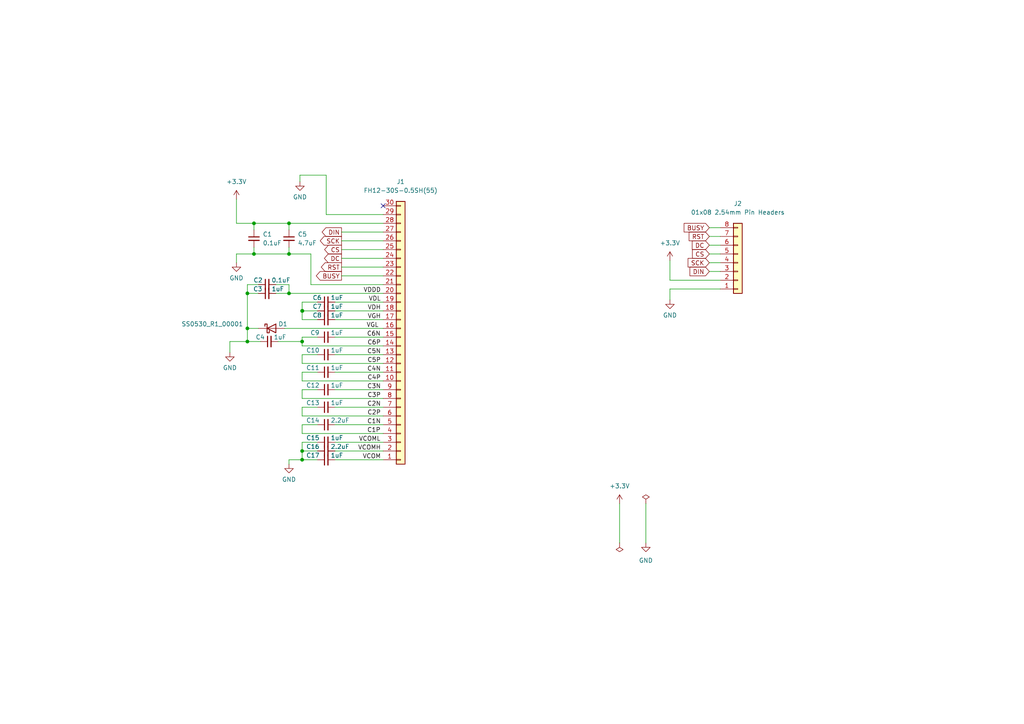
<source format=kicad_sch>
(kicad_sch (version 20211123) (generator eeschema)
  (paper "A4")
  (title_block (title "ALOIDIA Keyboard 1.02 inch e-Paper Display Module") (date "2022-07-09") (comment 1 "https://www.waveshare.com/1.02inch-e-paper.htm") (comment 2 "Datasheet: https://www.waveshare.com/w/upload/2/2b/1.02inch-e-Paper_Specification.pdf") (comment 3 "128×80, 1.02inch E-Ink Raw Display, Black/White Dual-Color, SPI Interface") (comment 4 "Author: Vincent Nguyen"))
  (lib_symbols
    (symbol "Connector_Generic:Conn_01x08" (pin_names (offset 1.016) hide)
      (property "Reference" "J" (at 0 10.16 0))
      (property "Value" "Conn_01x08" (at 0 -12.7 0))
      (symbol "Conn_01x08_1_1"
        (rectangle (start -1.27 -10.033) (end 0 -10.287) (stroke (width 0.1524)))
        (rectangle (start -1.27 -7.493) (end 0 -7.747) (stroke (width 0.1524)))
        (rectangle (start -1.27 -4.953) (end 0 -5.207) (stroke (width 0.1524)))
        (rectangle (start -1.27 -2.413) (end 0 -2.667) (stroke (width 0.1524)))
        (rectangle (start -1.27 0.127) (end 0 -0.127) (stroke (width 0.1524)))
        (rectangle (start -1.27 2.667) (end 0 2.413) (stroke (width 0.1524)))
        (rectangle (start -1.27 5.207) (end 0 4.953) (stroke (width 0.1524)))
        (rectangle (start -1.27 7.747) (end 0 7.493) (stroke (width 0.1524)))
        (rectangle (start -1.27 8.89) (end 1.27 -11.43) (stroke (width 0.254)) (fill (type background)))
        (pin passive line (at -5.08 7.62 0) (length 3.81) (name "Pin_1") (number "1"))
        (pin passive line (at -5.08 5.08 0) (length 3.81) (name "Pin_2") (number "2"))
        (pin passive line (at -5.08 2.54 0) (length 3.81) (name "Pin_3") (number "3"))
        (pin passive line (at -5.08 0 0) (length 3.81) (name "Pin_4") (number "4"))
        (pin passive line (at -5.08 -2.54 0) (length 3.81) (name "Pin_5") (number "5"))
        (pin passive line (at -5.08 -5.08 0) (length 3.81) (name "Pin_6") (number "6"))
        (pin passive line (at -5.08 -7.62 0) (length 3.81) (name "Pin_7") (number "7"))
        (pin passive line (at -5.08 -10.16 0) (length 3.81) (name "Pin_8") (number "8"))
      )
    )
    (symbol "Connector_Generic:Conn_01x30" (pin_names (offset 1.016) hide)
      (property "Reference" "J" (at 0 38.1 0))
      (property "Value" "Conn_01x30" (at 0 -40.64 0))
      (symbol "Conn_01x30_1_1"
        (rectangle (start -1.27 -37.973) (end 0 -38.227) (stroke (width 0.1524)))
        (rectangle (start -1.27 -35.433) (end 0 -35.687) (stroke (width 0.1524)))
        (rectangle (start -1.27 -32.893) (end 0 -33.147) (stroke (width 0.1524)))
        (rectangle (start -1.27 -30.353) (end 0 -30.607) (stroke (width 0.1524)))
        (rectangle (start -1.27 -27.813) (end 0 -28.067) (stroke (width 0.1524)))
        (rectangle (start -1.27 -25.273) (end 0 -25.527) (stroke (width 0.1524)))
        (rectangle (start -1.27 -22.733) (end 0 -22.987) (stroke (width 0.1524)))
        (rectangle (start -1.27 -20.193) (end 0 -20.447) (stroke (width 0.1524)))
        (rectangle (start -1.27 -17.653) (end 0 -17.907) (stroke (width 0.1524)))
        (rectangle (start -1.27 -15.113) (end 0 -15.367) (stroke (width 0.1524)))
        (rectangle (start -1.27 -12.573) (end 0 -12.827) (stroke (width 0.1524)))
        (rectangle (start -1.27 -10.033) (end 0 -10.287) (stroke (width 0.1524)))
        (rectangle (start -1.27 -7.493) (end 0 -7.747) (stroke (width 0.1524)))
        (rectangle (start -1.27 -4.953) (end 0 -5.207) (stroke (width 0.1524)))
        (rectangle (start -1.27 -2.413) (end 0 -2.667) (stroke (width 0.1524)))
        (rectangle (start -1.27 0.127) (end 0 -0.127) (stroke (width 0.1524)))
        (rectangle (start -1.27 2.667) (end 0 2.413) (stroke (width 0.1524)))
        (rectangle (start -1.27 5.207) (end 0 4.953) (stroke (width 0.1524)))
        (rectangle (start -1.27 7.747) (end 0 7.493) (stroke (width 0.1524)))
        (rectangle (start -1.27 10.287) (end 0 10.033) (stroke (width 0.1524)))
        (rectangle (start -1.27 12.827) (end 0 12.573) (stroke (width 0.1524)))
        (rectangle (start -1.27 15.367) (end 0 15.113) (stroke (width 0.1524)))
        (rectangle (start -1.27 17.907) (end 0 17.653) (stroke (width 0.1524)))
        (rectangle (start -1.27 20.447) (end 0 20.193) (stroke (width 0.1524)))
        (rectangle (start -1.27 22.987) (end 0 22.733) (stroke (width 0.1524)))
        (rectangle (start -1.27 25.527) (end 0 25.273) (stroke (width 0.1524)))
        (rectangle (start -1.27 28.067) (end 0 27.813) (stroke (width 0.1524)))
        (rectangle (start -1.27 30.607) (end 0 30.353) (stroke (width 0.1524)))
        (rectangle (start -1.27 33.147) (end 0 32.893) (stroke (width 0.1524)))
        (rectangle (start -1.27 35.687) (end 0 35.433) (stroke (width 0.1524)))
        (rectangle (start -1.27 36.83) (end 1.27 -39.37) (stroke (width 0.254)) (fill (type background)))
        (pin passive line (at -5.08 35.56 0) (length 3.81) (name "Pin_1") (number "1"))
        (pin passive line (at -5.08 12.7 0) (length 3.81) (name "Pin_10") (number "10"))
        (pin passive line (at -5.08 10.16 0) (length 3.81) (name "Pin_11") (number "11"))
        (pin passive line (at -5.08 7.62 0) (length 3.81) (name "Pin_12") (number "12"))
        (pin passive line (at -5.08 5.08 0) (length 3.81) (name "Pin_13") (number "13"))
        (pin passive line (at -5.08 2.54 0) (length 3.81) (name "Pin_14") (number "14"))
        (pin passive line (at -5.08 0 0) (length 3.81) (name "Pin_15") (number "15"))
        (pin passive line (at -5.08 -2.54 0) (length 3.81) (name "Pin_16") (number "16"))
        (pin passive line (at -5.08 -5.08 0) (length 3.81) (name "Pin_17") (number "17"))
        (pin passive line (at -5.08 -7.62 0) (length 3.81) (name "Pin_18") (number "18"))
        (pin passive line (at -5.08 -10.16 0) (length 3.81) (name "Pin_19") (number "19"))
        (pin passive line (at -5.08 33.02 0) (length 3.81) (name "Pin_2") (number "2"))
        (pin passive line (at -5.08 -12.7 0) (length 3.81) (name "Pin_20") (number "20"))
        (pin passive line (at -5.08 -15.24 0) (length 3.81) (name "Pin_21") (number "21"))
        (pin passive line (at -5.08 -17.78 0) (length 3.81) (name "Pin_22") (number "22"))
        (pin passive line (at -5.08 -20.32 0) (length 3.81) (name "Pin_23") (number "23"))
        (pin passive line (at -5.08 -22.86 0) (length 3.81) (name "Pin_24") (number "24"))
        (pin passive line (at -5.08 -25.4 0) (length 3.81) (name "Pin_25") (number "25"))
        (pin passive line (at -5.08 -27.94 0) (length 3.81) (name "Pin_26") (number "26"))
        (pin passive line (at -5.08 -30.48 0) (length 3.81) (name "Pin_27") (number "27"))
        (pin passive line (at -5.08 -33.02 0) (length 3.81) (name "Pin_28") (number "28"))
        (pin passive line (at -5.08 -35.56 0) (length 3.81) (name "Pin_29") (number "29"))
        (pin passive line (at -5.08 30.48 0) (length 3.81) (name "Pin_3") (number "3"))
        (pin passive line (at -5.08 -38.1 0) (length 3.81) (name "Pin_30") (number "30"))
        (pin passive line (at -5.08 27.94 0) (length 3.81) (name "Pin_4") (number "4"))
        (pin passive line (at -5.08 25.4 0) (length 3.81) (name "Pin_5") (number "5"))
        (pin passive line (at -5.08 22.86 0) (length 3.81) (name "Pin_6") (number "6"))
        (pin passive line (at -5.08 20.32 0) (length 3.81) (name "Pin_7") (number "7"))
        (pin passive line (at -5.08 17.78 0) (length 3.81) (name "Pin_8") (number "8"))
        (pin passive line (at -5.08 15.24 0) (length 3.81) (name "Pin_9") (number "9"))
      )
    )
    (symbol "Device:C_Small" (pin_numbers hide) (pin_names (offset 0.254) hide)
      (property "Reference" "C" (at 0.254 1.778 0))
      (property "Value" "C_Small" (at 0.254 -2.032 0))
      (symbol "C_Small_0_1"
        (polyline (pts (xy -1.524 -0.508) (xy 1.524 -0.508)) (stroke (width 0.3302)))
        (polyline (pts (xy -1.524 0.508) (xy 1.524 0.508)) (stroke (width 0.3048)))
      )
      (symbol "C_Small_1_1"
        (pin passive line (at 0 2.54 270) (length 2.032) (name "~") (number "1"))
        (pin passive line (at 0 -2.54 90) (length 2.032) (name "~") (number "2"))
      )
    )
    (symbol "Device:D_Schottky" (pin_numbers hide) (pin_names (offset 1.016) hide)
      (property "Reference" "D" (at 0 2.54 0))
      (property "Value" "D_Schottky" (at 0 -2.54 0))
      (symbol "D_Schottky_0_1"
        (polyline (pts (xy 1.27 0) (xy -1.27 0)))
        (polyline (pts (xy 1.27 1.27) (xy 1.27 -1.27) (xy -1.27 0) (xy 1.27 1.27)) (stroke (width 0.254)))
        (polyline (pts (xy -1.905 0.635) (xy -1.905 1.27) (xy -1.27 1.27) (xy -1.27 -1.27) (xy -0.635 -1.27) (xy -0.635 -0.635)) (stroke (width 0.254)))
      )
      (symbol "D_Schottky_1_1"
        (pin passive line (at -3.81 0 0) (length 2.54) (name "K") (number "1"))
        (pin passive line (at 3.81 0 180) (length 2.54) (name "A") (number "2"))
      )
    )
    (symbol "power:+3.3V" (power) (pin_names (offset 0))
      (property "Value" "+3.3V" (at 0 3.556 0))
      (symbol "+3.3V_0_1"
        (polyline (pts (xy -0.762 1.27) (xy 0 2.54)))
        (polyline (pts (xy 0 0) (xy 0 2.54)))
        (polyline (pts (xy 0 2.54) (xy 0.762 1.27)))
      )
      (symbol "+3.3V_1_1"
        (pin power_in line (at 0 0 90) (length 0) hide (name "+3.3V") (number "1"))
      )
    )
    (symbol "power:GND" (power) (pin_names (offset 0))
      (property "Value" "GND" (at 0 -3.81 0))
      (symbol "GND_0_1"
        (polyline (pts (xy 0 0) (xy 0 -1.27) (xy 1.27 -1.27) (xy 0 -2.54) (xy -1.27 -1.27) (xy 0 -1.27)))
      )
      (symbol "GND_1_1"
        (pin power_in line (at 0 0 270) (length 0) hide (name "GND") (number "1"))
      )
    )
    (symbol "power:PWR_FLAG" (power) (pin_numbers hide) (pin_names (offset 0) hide)
      (property "Value" "PWR_FLAG" (at 0 3.81 0))
      (symbol "PWR_FLAG_0_0"
        (pin power_out line (at 0 0 90) (length 0) (name "pwr") (number "1"))
      )
      (symbol "PWR_FLAG_0_1"
        (polyline (pts (xy 0 0) (xy 0 1.27) (xy -1.016 1.905) (xy 0 2.54) (xy 1.016 1.905) (xy 0 1.27)))
      )
    )
  )
  (junction (at 83.82 85.09))
  (junction (at 71.755 99.06))
  (junction (at 71.755 85.09))
  (junction (at 87.63 99.06))
  (junction (at 83.82 64.77))
  (junction (at 83.82 73.66))
  (junction (at 71.755 95.25))
  (junction (at 73.66 64.77))
  (junction (at 87.63 90.17))
  (junction (at 73.66 73.66))
  (junction (at 87.63 133.35))
  (junction (at 87.63 130.81))
  (junction (at 87.7011 90.17))
  (no_connect (at 111.125 59.69))
  (wire (pts (xy 99.06 67.31) (xy 111.125 67.31)))
  (wire (pts (xy 87.63 110.49) (xy 111.125 110.49)))
  (wire (pts (xy 71.755 85.09) (xy 74.93 85.09)))
  (wire (pts (xy 71.755 95.25) (xy 74.93 95.25)))
  (wire (pts (xy 97.155 87.63) (xy 111.125 87.63)))
  (wire (pts (xy 87.63 123.19) (xy 92.075 123.19)))
  (wire (pts (xy 90.17 82.55) (xy 111.125 82.55)))
  (wire (pts (xy 87.7011 90.17) (xy 92.075 90.17)))
  (wire (pts (xy 68.58 76.2) (xy 68.58 73.66)))
  (wire (pts (xy 80.01 82.55) (xy 83.82 82.55)))
  (wire (pts (xy 87.63 113.03) (xy 87.63 115.57)))
  (wire (pts (xy 68.58 73.66) (xy 73.66 73.66)))
  (wire (pts (xy 87.63 130.81) (xy 92.075 130.81)))
  (wire (pts (xy 99.06 80.01) (xy 111.125 80.01)))
  (wire (pts (xy 87.63 118.11) (xy 92.075 118.11)))
  (wire (pts (xy 97.155 92.71) (xy 111.125 92.71)))
  (wire (pts (xy 87.63 105.41) (xy 111.125 105.41)))
  (wire (pts (xy 208.915 73.66) (xy 205.74 73.66)))
  (wire (pts (xy 87.63 118.11) (xy 87.63 120.65)))
  (wire (pts (xy 97.155 90.17) (xy 111.125 90.17)))
  (wire (pts (xy 99.06 72.39) (xy 111.125 72.39)))
  (wire (pts (xy 66.675 99.06) (xy 71.755 99.06)))
  (wire (pts (xy 80.645 99.06) (xy 87.63 99.06)))
  (wire (pts (xy 83.82 134.62) (xy 83.82 133.35)))
  (wire (pts (xy 73.66 64.77) (xy 73.66 66.675)))
  (wire (pts (xy 97.155 130.81) (xy 111.125 130.81)))
  (wire (pts (xy 97.155 133.35) (xy 111.125 133.35)))
  (wire (pts (xy 71.755 99.06) (xy 75.565 99.06)))
  (wire (pts (xy 71.755 82.55) (xy 74.93 82.55)))
  (wire (pts (xy 87.63 120.65) (xy 111.125 120.65)))
  (wire (pts (xy 97.155 102.87) (xy 111.125 102.87)))
  (wire (pts (xy 73.66 71.755) (xy 73.66 73.66)))
  (wire (pts (xy 83.82 82.55) (xy 83.82 85.09)))
  (wire (pts (xy 187.325 146.05) (xy 187.325 157.48)))
  (wire (pts (xy 99.06 69.85) (xy 111.125 69.85)))
  (wire (pts (xy 97.155 118.11) (xy 111.125 118.11)))
  (wire (pts (xy 99.06 74.93) (xy 111.125 74.93)))
  (wire (pts (xy 87.63 92.71) (xy 92.075 92.71)))
  (wire (pts (xy 87.63 105.41) (xy 87.63 102.87)))
  (wire (pts (xy 87.63 128.27) (xy 92.075 128.27)))
  (wire (pts (xy 83.82 133.35) (xy 87.63 133.35)))
  (wire (pts (xy 208.915 68.58) (xy 205.74 68.58)))
  (wire (pts (xy 87.63 100.33) (xy 111.125 100.33)))
  (wire (pts (xy 99.06 77.47) (xy 111.125 77.47)))
  (wire (pts (xy 83.82 64.77) (xy 111.125 64.77)))
  (wire (pts (xy 87.63 123.19) (xy 87.63 125.73)))
  (wire (pts (xy 194.31 83.82) (xy 208.915 83.82)))
  (wire (pts (xy 86.995 50.8) (xy 94.615 50.8)))
  (wire (pts (xy 194.31 86.995) (xy 194.31 83.82)))
  (wire (pts (xy 208.915 66.04) (xy 205.74 66.04)))
  (wire (pts (xy 87.63 113.03) (xy 92.075 113.03)))
  (wire (pts (xy 90.17 82.55) (xy 90.17 73.66)))
  (wire (pts (xy 94.615 50.8) (xy 94.615 62.23)))
  (wire (pts (xy 97.155 107.95) (xy 111.125 107.95)))
  (wire (pts (xy 179.705 146.05) (xy 179.705 157.48)))
  (wire (pts (xy 87.63 90.17) (xy 87.63 87.63)))
  (wire (pts (xy 87.63 107.95) (xy 92.075 107.95)))
  (wire (pts (xy 83.82 64.77) (xy 83.82 66.675)))
  (wire (pts (xy 71.755 95.25) (xy 71.755 99.06)))
  (wire (pts (xy 87.63 102.87) (xy 92.075 102.87)))
  (wire (pts (xy 80.01 85.09) (xy 83.82 85.09)))
  (wire (pts (xy 97.155 123.19) (xy 111.125 123.19)))
  (wire (pts (xy 208.915 78.74) (xy 205.74 78.74)))
  (wire (pts (xy 94.615 62.23) (xy 111.125 62.23)))
  (wire (pts (xy 87.63 133.35) (xy 87.63 130.81)))
  (wire (pts (xy 83.82 85.09) (xy 111.125 85.09)))
  (wire (pts (xy 87.7011 90.17) (xy 87.63 90.17)))
  (wire (pts (xy 87.63 107.95) (xy 87.63 110.49)))
  (wire (pts (xy 87.63 133.35) (xy 92.075 133.35)))
  (wire (pts (xy 82.55 95.25) (xy 111.125 95.25)))
  (wire (pts (xy 68.58 64.77) (xy 73.66 64.77)))
  (wire (pts (xy 208.915 71.12) (xy 205.74 71.12)))
  (wire (pts (xy 97.155 97.79) (xy 111.125 97.79)))
  (wire (pts (xy 97.155 128.27) (xy 111.125 128.27)))
  (wire (pts (xy 87.63 100.33) (xy 87.63 99.06)))
  (wire (pts (xy 87.63 92.71) (xy 87.63 90.17)))
  (wire (pts (xy 97.155 113.03) (xy 111.125 113.03)))
  (wire (pts (xy 71.755 82.55) (xy 71.755 85.09)))
  (wire (pts (xy 87.63 87.63) (xy 92.075 87.63)))
  (wire (pts (xy 87.63 115.57) (xy 111.125 115.57)))
  (wire (pts (xy 87.63 130.81) (xy 87.63 128.27)))
  (wire (pts (xy 87.63 97.79) (xy 92.075 97.79)))
  (wire (pts (xy 208.915 81.28) (xy 194.31 81.28)))
  (wire (pts (xy 86.995 52.705) (xy 86.995 50.8)))
  (wire (pts (xy 71.755 85.09) (xy 71.755 95.25)))
  (wire (pts (xy 208.915 76.2) (xy 205.74 76.2)))
  (wire (pts (xy 73.66 73.66) (xy 83.82 73.66)))
  (wire (pts (xy 194.31 81.28) (xy 194.31 75.565)))
  (wire (pts (xy 73.66 64.77) (xy 83.82 64.77)))
  (wire (pts (xy 87.63 125.73) (xy 111.125 125.73)))
  (wire (pts (xy 90.17 73.66) (xy 83.82 73.66)))
  (wire (pts (xy 87.63 99.06) (xy 87.63 97.79)))
  (wire (pts (xy 68.58 57.785) (xy 68.58 64.77)))
  (wire (pts (xy 83.82 73.66) (xy 83.82 71.755)))
  (wire (pts (xy 66.675 102.235) (xy 66.675 99.06)))
  (label "C3N" (at 110.49 113.03 180))
  (label "C6N" (at 110.4189 97.79 180))
  (label "VCOM" (at 110.49 133.35 180))
  (label "VGH" (at 110.49 92.71 180))
  (label "C3P" (at 110.49 115.57 180))
  (label "VCOMH" (at 110.49 130.81 180))
  (label "C6P" (at 110.49 100.33 180))
  (label "C1P" (at 110.4189 125.73 180))
  (label "VDDD" (at 110.49 85.09 180))
  (label "VCOML" (at 110.4189 128.27 180))
  (label "VDH" (at 110.49 90.17 180))
  (label "VGL" (at 109.855 95.25 180))
  (label "VDL" (at 110.49 87.63 180))
  (label "C4N" (at 110.49 107.95 180))
  (label "C2P" (at 110.49 120.65 180))
  (label "C1N" (at 110.49 123.19 180))
  (label "C2N" (at 110.49 118.11 180))
  (label "C4P" (at 110.49 110.49 180))
  (label "C5P" (at 110.49 105.41 180))
  (label "C5N" (at 110.49 102.87 180))
  (global_label "CS" (shape input) (at 205.74 73.66 180) (property "Intersheet References" "${INTERSHEET_REFS}" (effects hide)))
  (global_label "BUSY" (shape output) (at 99.06 80.01 180) (property "Intersheet References" "${INTERSHEET_REFS}" (effects hide)))
  (global_label "BUSY" (shape input) (at 205.74 66.04 180) (property "Intersheet References" "${INTERSHEET_REFS}" (effects hide)))
  (global_label "RST" (shape input) (at 205.74 68.58 180) (property "Intersheet References" "${INTERSHEET_REFS}" (effects hide)))
  (global_label "DIN" (shape input) (at 205.74 78.74 180) (property "Intersheet References" "${INTERSHEET_REFS}" (effects hide)))
  (global_label "DC" (shape input) (at 205.74 71.12 180) (property "Intersheet References" "${INTERSHEET_REFS}" (effects hide)))
  (global_label "RST" (shape output) (at 99.06 77.47 180) (property "Intersheet References" "${INTERSHEET_REFS}" (effects hide)))
  (global_label "CS" (shape output) (at 99.06 72.39 180) (property "Intersheet References" "${INTERSHEET_REFS}" (effects hide)))
  (global_label "DIN" (shape output) (at 99.06 67.31 180) (property "Intersheet References" "${INTERSHEET_REFS}" (effects hide)))
  (global_label "SCK" (shape output) (at 99.06 69.85 180) (property "Intersheet References" "${INTERSHEET_REFS}" (effects hide)))
  (global_label "DC" (shape output) (at 99.06 74.93 180) (property "Intersheet References" "${INTERSHEET_REFS}" (effects hide)))
  (global_label "SCK" (shape input) (at 205.74 76.2 180) (property "Intersheet References" "${INTERSHEET_REFS}" (effects hide)))
  (symbol (lib_id "Device:C_Small") (at 83.82 69.215 0) (unit 1)
    (property "Reference" "C5" (at 86.36 67.9512 0) (effects (justify left)))
    (property "Value" "4.7uF" (at 86.36 70.4912 0) (effects (justify left)))
    (property "Footprint" "Capacitor_SMD:C_0603_1608Metric" (effects hide))
  )
  (symbol (lib_id "Device:C_Small") (at 94.615 107.95 90) (unit 1)
    (property "Reference" "C11" (at 92.71 106.68 90) (effects (justify left)))
    (property "Value" "1uF" (at 95.885 106.68 90) (effects (justify right)))
    (property "Footprint" "Capacitor_SMD:C_0603_1608Metric" (effects hide))
  )
  (symbol (lib_id "Device:C_Small") (at 94.615 123.19 90) (unit 1)
    (property "Reference" "C14" (at 92.71 121.92 90) (effects (justify left)))
    (property "Value" "2.2uF" (at 95.885 121.92 90) (effects (justify right)))
    (property "Footprint" "Capacitor_SMD:C_0603_1608Metric" (effects hide))
  )
  (symbol (lib_id "Device:C_Small") (at 94.615 97.79 90) (unit 1)
    (property "Reference" "C9" (at 92.71 96.52 90) (effects (justify left)))
    (property "Value" "1uF" (at 95.885 96.52 90) (effects (justify right)))
    (property "Footprint" "Capacitor_SMD:C_0603_1608Metric" (effects hide))
  )
  (symbol (lib_id "Device:C_Small") (at 94.615 130.81 90) (unit 1)
    (property "Reference" "C16" (at 92.71 129.54 90) (effects (justify left)))
    (property "Value" "2.2uF" (at 95.885 129.54 90) (effects (justify right)))
    (property "Footprint" "Capacitor_SMD:C_0603_1608Metric" (effects hide))
  )
  (symbol (lib_id "power:GND") (at 194.31 86.995 0) (mirror y) (unit 1)
    (property "Reference" "#PWR07" (effects hide))
    (property "Value" "GND" (at 194.31 91.44 0))
  )
  (symbol (lib_id "power:PWR_FLAG") (at 179.705 157.48 180) (unit 1)
    (property "Reference" "#FLG0101" (effects hide))
    (property "Value" "PWR_FLAG" (effects hide))
  )
  (symbol (lib_id "power:+3.3V") (at 68.58 57.785 0) (mirror y) (unit 1)
    (property "Reference" "#PWR0103" (effects hide))
    (property "Value" "+3.3V" (at 68.58 52.705 0))
  )
  (symbol (lib_id "power:PWR_FLAG") (at 187.325 146.05 0) (unit 1)
    (property "Reference" "#FLG0102" (effects hide))
    (property "Value" "PWR_FLAG" (effects hide))
  )
  (symbol (lib_id "Connector_Generic:Conn_01x30") (at 116.205 97.79 0) (mirror x) (unit 1)
    (property "Reference" "J1" (at 116.205 52.705 0))
    (property "Value" "FH12-30S-0.5SH(55)" (at 116.205 55.245 0))
    (property "Footprint" "0_various:JUSHUO AFC24-S30FIC-00" (effects hide))
    (property "Datasheet" "https://www.mouser.ch/datasheet/2/185/FH12_30S_0_5SH_55__CL0586_0525_1_55_2DDrawing_0000-1614880.pdf" (effects hide))
    (property "Manufacturer ref" "FH12-30S-0.5SH(55)" (effects hide))
    (property "Mouser ref" "798-FH12-30S-0.5SH55" (effects hide))
  )
  (symbol (lib_id "Device:C_Small") (at 94.615 113.03 90) (unit 1)
    (property "Reference" "C12" (at 92.71 111.76 90) (effects (justify left)))
    (property "Value" "1uF" (at 95.885 111.76 90) (effects (justify right)))
    (property "Footprint" "Capacitor_SMD:C_0603_1608Metric" (effects hide))
  )
  (symbol (lib_id "power:GND") (at 86.995 52.705 0) (unit 1)
    (property "Reference" "#PWR05" (effects hide))
    (property "Value" "GND" (at 86.995 57.15 0))
  )
  (symbol (lib_id "Device:C_Small") (at 73.66 69.215 0) (unit 1)
    (property "Reference" "C1" (at 76.2 67.9512 0) (effects (justify left)))
    (property "Value" "0.1uF" (at 76.2 70.4912 0) (effects (justify left)))
    (property "Footprint" "Capacitor_SMD:C_0603_1608Metric" (effects hide))
  )
  (symbol (lib_id "Device:C_Small") (at 77.47 82.55 90) (unit 1)
    (property "Reference" "C2" (at 76.2 81.28 90) (effects (justify left)))
    (property "Value" "0.1uF" (at 78.74 81.28 90) (effects (justify right)))
    (property "Footprint" "Capacitor_SMD:C_0603_1608Metric" (effects hide))
  )
  (symbol (lib_id "power:GND") (at 68.58 76.2 0) (unit 1)
    (property "Reference" "#PWR02" (effects hide))
    (property "Value" "GND" (at 68.58 80.645 0))
  )
  (symbol (lib_id "power:GND") (at 187.325 157.48 0) (unit 1)
    (property "Reference" "#PWR0101" (effects hide))
    (property "Value" "GND" (at 187.325 162.56 0))
  )
  (symbol (lib_id "power:+3.3V") (at 179.705 146.05 0) (mirror y) (unit 1)
    (property "Reference" "#PWR0102" (effects hide))
    (property "Value" "+3.3V" (at 179.705 140.97 0))
  )
  (symbol (lib_id "Connector_Generic:Conn_01x08") (at 213.995 76.2 0) (mirror x) (unit 1) (in_bom no)
    (property "Reference" "J2" (at 213.995 59.055 0))
    (property "Value" "01x08 2.54mm Pin Headers " (at 213.995 61.595 0))
    (property "Footprint" "Connector_PinHeader_2.54mm:PinHeader_1x08_P2.54mm_Vertical" (effects hide))
  )
  (symbol (lib_id "Device:C_Small") (at 94.615 133.35 90) (unit 1)
    (property "Reference" "C17" (at 92.71 132.08 90) (effects (justify left)))
    (property "Value" "1uF" (at 95.885 132.08 90) (effects (justify right)))
    (property "Footprint" "Capacitor_SMD:C_0603_1608Metric" (effects hide))
  )
  (symbol (lib_id "Device:C_Small") (at 94.615 90.17 90) (unit 1)
    (property "Reference" "C7" (at 93.345 88.9 90) (effects (justify left)))
    (property "Value" "1uF" (at 95.885 88.9 90) (effects (justify right)))
    (property "Footprint" "Capacitor_SMD:C_0603_1608Metric" (effects hide))
  )
  (symbol (lib_id "Device:C_Small") (at 94.615 92.71 90) (unit 1)
    (property "Reference" "C8" (at 93.345 91.44 90) (effects (justify left)))
    (property "Value" "1uF" (at 95.885 91.44 90) (effects (justify right)))
    (property "Footprint" "Capacitor_SMD:C_0603_1608Metric" (effects hide))
  )
  (symbol (lib_id "Device:C_Small") (at 94.615 128.27 90) (unit 1)
    (property "Reference" "C15" (at 92.71 127 90) (effects (justify left)))
    (property "Value" "1uF" (at 95.885 127 90) (effects (justify right)))
    (property "Footprint" "Capacitor_SMD:C_0603_1608Metric" (effects hide))
  )
  (symbol (lib_id "power:GND") (at 83.82 134.62 0) (unit 1)
    (property "Reference" "#PWR04" (effects hide))
    (property "Value" "GND" (at 83.82 139.065 0))
  )
  (symbol (lib_id "power:+3.3V") (at 194.31 75.565 0) (mirror y) (unit 1)
    (property "Reference" "#PWR06" (effects hide))
    (property "Value" "+3.3V" (at 194.31 70.485 0))
  )
  (symbol (lib_id "Device:D_Schottky") (at 78.74 95.25 0) (unit 1)
    (property "Reference" "D1" (at 80.7161 93.98 0) (effects (justify left)))
    (property "Value" "SS0530_R1_00001" (at 70.5561 93.98 0) (effects (justify right)))
    (property "Footprint" "Diode_SMD:D_SOD-123" (effects hide))
    (property "Datasheet" "https://www.mouser.ch/datasheet/2/1057/SS0520_SERIES-1877058.pdf" (effects hide))
    (property "Manufacturer ref" "SS0530_R1_00001" (effects hide))
    (property "Mouser ref" "241-SS0530_R1_00001" (effects hide))
  )
  (symbol (lib_id "Device:C_Small") (at 94.615 118.11 90) (unit 1)
    (property "Reference" "C13" (at 92.71 116.84 90) (effects (justify left)))
    (property "Value" "1uF" (at 95.885 116.84 90) (effects (justify right)))
    (property "Footprint" "Capacitor_SMD:C_0603_1608Metric" (effects hide))
  )
  (symbol (lib_id "power:GND") (at 66.675 102.235 0) (unit 1)
    (property "Reference" "#PWR03" (effects hide))
    (property "Value" "GND" (at 66.675 106.68 0))
  )
  (symbol (lib_id "Device:C_Small") (at 94.615 102.87 90) (unit 1)
    (property "Reference" "C10" (at 92.71 101.6 90) (effects (justify left)))
    (property "Value" "1uF" (at 95.885 101.6 90) (effects (justify right)))
    (property "Footprint" "Capacitor_SMD:C_0603_1608Metric" (effects hide))
  )
  (symbol (lib_id "Device:C_Small") (at 78.105 99.06 90) (unit 1)
    (property "Reference" "C4" (at 76.835 97.79 90) (effects (justify left)))
    (property "Value" "1uF" (at 79.375 97.79 90) (effects (justify right)))
    (property "Footprint" "Capacitor_SMD:C_0603_1608Metric" (effects hide))
  )
  (symbol (lib_id "Device:C_Small") (at 77.47 85.09 90) (unit 1)
    (property "Reference" "C3" (at 76.1289 83.82 90) (effects (justify left)))
    (property "Value" "1uF" (at 78.74 83.82 90) (effects (justify right)))
    (property "Footprint" "Capacitor_SMD:C_0603_1608Metric" (effects hide))
  )
  (symbol (lib_id "Device:C_Small") (at 94.615 87.63 90) (unit 1)
    (property "Reference" "C6" (at 93.345 86.36 90) (effects (justify left)))
    (property "Value" "1uF" (at 95.885 86.36 90) (effects (justify right)))
    (property "Footprint" "Capacitor_SMD:C_0603_1608Metric" (effects hide))
  )
)
</source>
